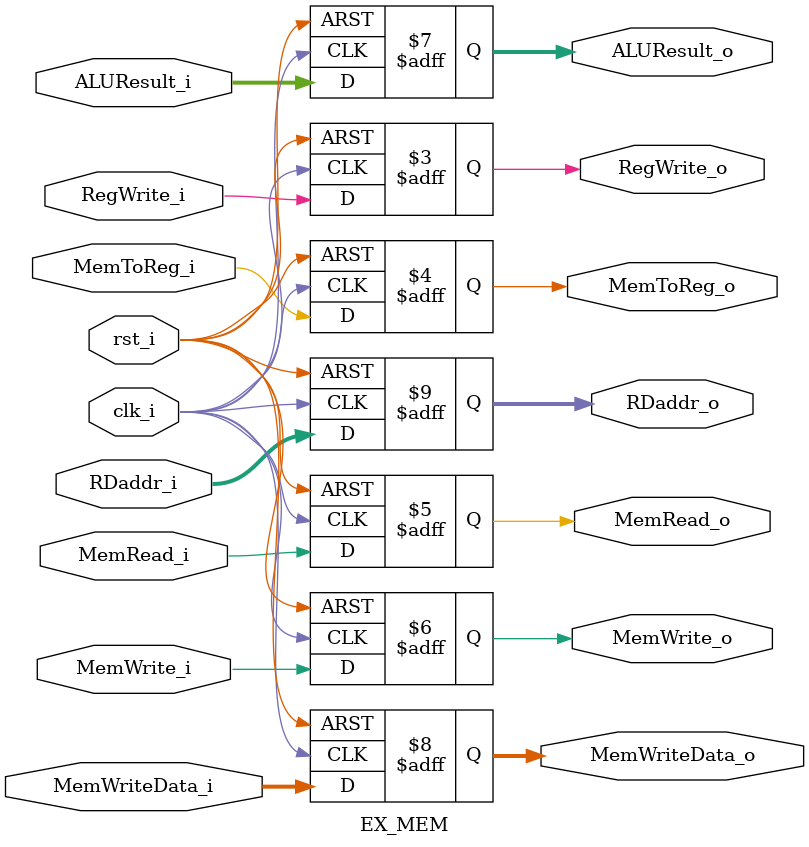
<source format=v>
module EX_MEM (
    input clk_i,
    input rst_i,
    input RegWrite_i,
    input MemToReg_i,
    input MemRead_i,
    input MemWrite_i,
    input [31:0] ALUResult_i,
    input [31:0] MemWriteData_i,
    input [4:0] RDaddr_i,
    output reg RegWrite_o,
    output reg MemToReg_o,
    output reg MemRead_o,
    output reg MemWrite_o,
    output reg [31:0] ALUResult_o,
    output reg [31:0] MemWriteData_o,
    output reg [4:0] RDaddr_o
);

always@(posedge clk_i or negedge rst_i) begin
    if(~rst_i) begin
        RegWrite_o <= 1'b0;
        MemToReg_o <= 1'b0;
        MemRead_o <= 1'b0;
        MemWrite_o <= 1'b0;
        ALUResult_o <= 32'b0;
        MemWriteData_o <= 32'b0;
        RDaddr_o <= 5'b0;
    end
    else begin
        RegWrite_o <= RegWrite_i;
        MemToReg_o <= MemToReg_i;
        MemRead_o <= MemRead_i;
        MemWrite_o <= MemWrite_i;
        ALUResult_o <= ALUResult_i;
        MemWriteData_o <= MemWriteData_i;
        RDaddr_o <= RDaddr_i;
    end
end
    
endmodule
</source>
